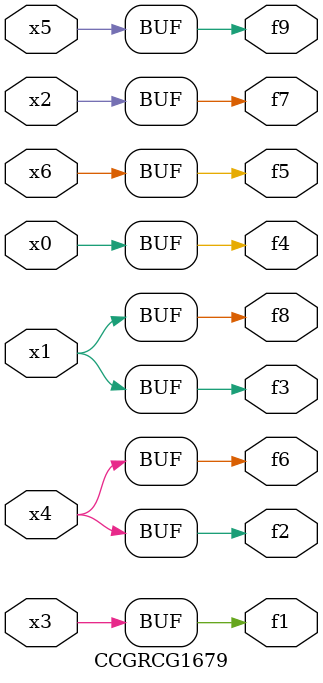
<source format=v>
module CCGRCG1679(
	input x0, x1, x2, x3, x4, x5, x6,
	output f1, f2, f3, f4, f5, f6, f7, f8, f9
);
	assign f1 = x3;
	assign f2 = x4;
	assign f3 = x1;
	assign f4 = x0;
	assign f5 = x6;
	assign f6 = x4;
	assign f7 = x2;
	assign f8 = x1;
	assign f9 = x5;
endmodule

</source>
